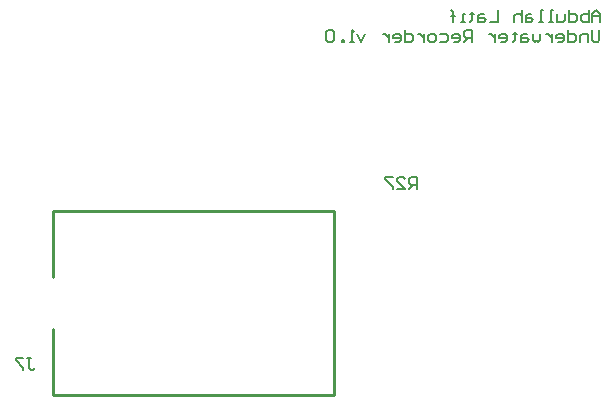
<source format=gbr>
%TF.GenerationSoftware,Altium Limited,Altium Designer,21.9.2 (33)*%
G04 Layer_Color=32896*
%FSLAX45Y45*%
%MOMM*%
%TF.SameCoordinates,8C9FB855-A7A5-4AEE-82B0-D85B10D48A85*%
%TF.FilePolarity,Positive*%
%TF.FileFunction,Legend,Bot*%
%TF.Part,Single*%
G01*
G75*
%TA.AperFunction,NonConductor*%
%ADD52C,0.25400*%
%ADD53C,0.15300*%
D52*
X12938603Y7195602D02*
X15317603D01*
Y8755598D01*
X12938603D02*
X15317603D01*
X12938603Y8195600D02*
Y8755598D01*
Y7195602D02*
Y7755600D01*
D53*
X17574200Y10353100D02*
Y10419745D01*
X17540878Y10453068D01*
X17507555Y10419745D01*
Y10353100D01*
Y10403084D01*
X17574200D01*
X17474232Y10453068D02*
Y10353100D01*
X17424248D01*
X17407587Y10369761D01*
Y10386422D01*
Y10403084D01*
X17424248Y10419745D01*
X17474232D01*
X17307619Y10453068D02*
Y10353100D01*
X17357603D01*
X17374265Y10369761D01*
Y10403084D01*
X17357603Y10419745D01*
X17307619D01*
X17274297D02*
Y10369761D01*
X17257635Y10353100D01*
X17207652D01*
Y10419745D01*
X17174329Y10353100D02*
X17141006D01*
X17157668D01*
Y10453068D01*
X17174329D01*
X17091022Y10353100D02*
X17057700D01*
X17074361D01*
Y10453068D01*
X17091022D01*
X16991055Y10419745D02*
X16957732D01*
X16941071Y10403084D01*
Y10353100D01*
X16991055D01*
X17007716Y10369761D01*
X16991055Y10386422D01*
X16941071D01*
X16907748Y10453068D02*
Y10353100D01*
Y10403084D01*
X16891087Y10419745D01*
X16857764D01*
X16841103Y10403084D01*
Y10353100D01*
X16707812Y10453068D02*
Y10353100D01*
X16641168D01*
X16591183Y10419745D02*
X16557861D01*
X16541200Y10403084D01*
Y10353100D01*
X16591183D01*
X16607845Y10369761D01*
X16591183Y10386422D01*
X16541200D01*
X16491216Y10436406D02*
Y10419745D01*
X16507877D01*
X16474554D01*
X16491216D01*
Y10369761D01*
X16474554Y10353100D01*
X16424571D02*
X16391248D01*
X16407909D01*
Y10419745D01*
X16424571D01*
X16324603Y10353100D02*
Y10436406D01*
Y10403084D01*
X16341264D01*
X16307942D01*
X16324603D01*
Y10436406D01*
X16307942Y10453068D01*
X17566936Y10281607D02*
Y10198300D01*
X17550275Y10181639D01*
X17516953D01*
X17500291Y10198300D01*
Y10281607D01*
X17466968Y10181639D02*
Y10248284D01*
X17416985D01*
X17400323Y10231623D01*
Y10181639D01*
X17300356Y10281607D02*
Y10181639D01*
X17350339D01*
X17367000Y10198300D01*
Y10231623D01*
X17350339Y10248284D01*
X17300356D01*
X17217049Y10181639D02*
X17250371D01*
X17267032Y10198300D01*
Y10231623D01*
X17250371Y10248284D01*
X17217049D01*
X17200388Y10231623D01*
Y10214961D01*
X17267032D01*
X17167064Y10248284D02*
Y10181639D01*
Y10214961D01*
X17150403Y10231623D01*
X17133742Y10248284D01*
X17117081D01*
X17067097D02*
Y10198300D01*
X17050435Y10181639D01*
X17033774Y10198300D01*
X17017113Y10181639D01*
X17000452Y10198300D01*
Y10248284D01*
X16950467D02*
X16917145D01*
X16900484Y10231623D01*
Y10181639D01*
X16950467D01*
X16967130Y10198300D01*
X16950467Y10214961D01*
X16900484D01*
X16850500Y10264945D02*
Y10248284D01*
X16867162D01*
X16833839D01*
X16850500D01*
Y10198300D01*
X16833839Y10181639D01*
X16733871D02*
X16767194D01*
X16783855Y10198300D01*
Y10231623D01*
X16767194Y10248284D01*
X16733871D01*
X16717210Y10231623D01*
Y10214961D01*
X16783855D01*
X16683887Y10248284D02*
Y10181639D01*
Y10214961D01*
X16667226Y10231623D01*
X16650565Y10248284D01*
X16633904D01*
X16483951Y10181639D02*
Y10281607D01*
X16433968D01*
X16417307Y10264945D01*
Y10231623D01*
X16433968Y10214961D01*
X16483951D01*
X16450629D02*
X16417307Y10181639D01*
X16334000D02*
X16367322D01*
X16383983Y10198300D01*
Y10231623D01*
X16367322Y10248284D01*
X16334000D01*
X16317339Y10231623D01*
Y10214961D01*
X16383983D01*
X16217371Y10248284D02*
X16267354D01*
X16284016Y10231623D01*
Y10198300D01*
X16267354Y10181639D01*
X16217371D01*
X16167387D02*
X16134064D01*
X16117403Y10198300D01*
Y10231623D01*
X16134064Y10248284D01*
X16167387D01*
X16184048Y10231623D01*
Y10198300D01*
X16167387Y10181639D01*
X16084081Y10248284D02*
Y10181639D01*
Y10214961D01*
X16067419Y10231623D01*
X16050758Y10248284D01*
X16034096D01*
X15917467Y10281607D02*
Y10181639D01*
X15967451D01*
X15984113Y10198300D01*
Y10231623D01*
X15967451Y10248284D01*
X15917467D01*
X15834161Y10181639D02*
X15867484D01*
X15884145Y10198300D01*
Y10231623D01*
X15867484Y10248284D01*
X15834161D01*
X15817499Y10231623D01*
Y10214961D01*
X15884145D01*
X15784177Y10248284D02*
Y10181639D01*
Y10214961D01*
X15767516Y10231623D01*
X15750854Y10248284D01*
X15734193D01*
X15584241D02*
X15550919Y10181639D01*
X15517596Y10248284D01*
X15484273Y10181639D02*
X15450951D01*
X15467612D01*
Y10281607D01*
X15484273Y10264945D01*
X15400967Y10181639D02*
Y10198300D01*
X15384306D01*
Y10181639D01*
X15400967D01*
X15317661Y10264945D02*
X15300999Y10281607D01*
X15267677D01*
X15251015Y10264945D01*
Y10198300D01*
X15267677Y10181639D01*
X15300999D01*
X15317661Y10198300D01*
Y10264945D01*
X16020990Y8941616D02*
Y9041584D01*
X15971005D01*
X15954346Y9024923D01*
Y8991600D01*
X15971005Y8974939D01*
X16020990D01*
X15987668D02*
X15954346Y8941616D01*
X15854378D02*
X15921024D01*
X15854378Y9008261D01*
Y9024923D01*
X15871039Y9041584D01*
X15904361D01*
X15921024Y9024923D01*
X15821056Y9041584D02*
X15754410D01*
Y9024923D01*
X15821056Y8958277D01*
Y8941616D01*
X12723062Y7504884D02*
X12756385D01*
X12739723D01*
Y7421577D01*
X12756385Y7404916D01*
X12773046D01*
X12789707Y7421577D01*
X12689739Y7504884D02*
X12623094D01*
Y7488223D01*
X12689739Y7421577D01*
Y7404916D01*
%TF.MD5,d2161450c12f668ad615eb55b49a35a5*%
M02*

</source>
